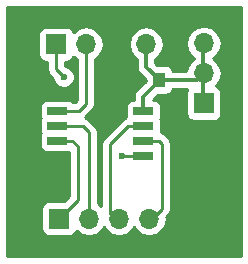
<source format=gtl>
G04 #@! TF.FileFunction,Copper,L1,Top,Signal*
%FSLAX46Y46*%
G04 Gerber Fmt 4.6, Leading zero omitted, Abs format (unit mm)*
G04 Created by KiCad (PCBNEW 4.0.7) date 2017 December 09, Saturday 06:19:51*
%MOMM*%
%LPD*%
G01*
G04 APERTURE LIST*
%ADD10C,0.100000*%
%ADD11R,1.700000X0.650000*%
%ADD12R,1.700000X1.700000*%
%ADD13O,1.700000X1.700000*%
%ADD14R,1.000000X1.250000*%
%ADD15C,0.600000*%
%ADD16C,0.250000*%
%ADD17C,0.300000*%
%ADD18C,0.254000*%
G04 APERTURE END LIST*
D10*
D11*
X134850000Y-99645000D03*
X134850000Y-100915000D03*
X134850000Y-102185000D03*
X134850000Y-103455000D03*
X142150000Y-103455000D03*
X142150000Y-102185000D03*
X142150000Y-100915000D03*
X142150000Y-99645000D03*
D12*
X135000000Y-108750000D03*
D13*
X137540000Y-108750000D03*
X140080000Y-108750000D03*
X142620000Y-108750000D03*
D12*
X134750000Y-94000000D03*
D13*
X137290000Y-94000000D03*
X139830000Y-94000000D03*
X142370000Y-94000000D03*
D12*
X147250000Y-108750000D03*
D13*
X147250000Y-106210000D03*
X147250000Y-103670000D03*
D12*
X147250000Y-99000000D03*
D13*
X147250000Y-96460000D03*
X147250000Y-93920000D03*
D14*
X143500000Y-97000000D03*
X141500000Y-97000000D03*
D15*
X140325000Y-103475000D03*
X135400000Y-96775000D03*
D16*
X134850000Y-99645000D02*
X136680000Y-99645000D01*
X137287000Y-97282000D02*
X137287000Y-93980000D01*
X137287000Y-99038000D02*
X137287000Y-97282000D01*
X136680000Y-99645000D02*
X137287000Y-99038000D01*
X137287000Y-93980000D02*
X137290000Y-94000000D01*
X134850000Y-100915000D02*
X137015000Y-100915000D01*
X137540000Y-101440000D02*
X137540000Y-108750000D01*
X137015000Y-100915000D02*
X137540000Y-101440000D01*
X134850000Y-102185000D02*
X136110000Y-102185000D01*
X136575000Y-107175000D02*
X135000000Y-108750000D01*
X136575000Y-102650000D02*
X136575000Y-107175000D01*
X136110000Y-102185000D02*
X136575000Y-102650000D01*
X140345000Y-103455000D02*
X140325000Y-103475000D01*
X142150000Y-103455000D02*
X140345000Y-103455000D01*
X134750000Y-96125000D02*
X134750000Y-94000000D01*
X135400000Y-96775000D02*
X134750000Y-96125000D01*
X142620000Y-108750000D02*
X142875000Y-108750000D01*
X142875000Y-108750000D02*
X143700000Y-107925000D01*
X142150000Y-102185000D02*
X143485000Y-102185000D01*
X143700000Y-102400000D02*
X143700000Y-107925000D01*
X143485000Y-102185000D02*
X143700000Y-102400000D01*
X140080000Y-108750000D02*
X139775000Y-108750000D01*
X139775000Y-108750000D02*
X139325000Y-108300000D01*
X139325000Y-108300000D02*
X139325000Y-102450000D01*
X140860000Y-100915000D02*
X142150000Y-100915000D01*
X140860000Y-100915000D02*
X139325000Y-102450000D01*
D17*
X143500000Y-97000000D02*
X143510000Y-97028000D01*
X143510000Y-97028000D02*
X142113000Y-98425000D01*
X142113000Y-98425000D02*
X142113000Y-99695000D01*
X142113000Y-99695000D02*
X142150000Y-99645000D01*
X143500000Y-97000000D02*
X143510000Y-97028000D01*
X143510000Y-97028000D02*
X142367000Y-95885000D01*
X142367000Y-95885000D02*
X142367000Y-93980000D01*
X142367000Y-93980000D02*
X142370000Y-94000000D01*
X143500000Y-97000000D02*
X143510000Y-97028000D01*
X143510000Y-97028000D02*
X146685000Y-97028000D01*
X146685000Y-97028000D02*
X147193000Y-96520000D01*
X147193000Y-96520000D02*
X147250000Y-96460000D01*
X147250000Y-96460000D02*
X147193000Y-96520000D01*
X147193000Y-96520000D02*
X147193000Y-99060000D01*
X147193000Y-99060000D02*
X147250000Y-99000000D01*
X147250000Y-96460000D02*
X147193000Y-96520000D01*
X147193000Y-96520000D02*
X147193000Y-93980000D01*
X147193000Y-93980000D02*
X147250000Y-93920000D01*
D18*
G36*
X150420000Y-111939000D02*
X130631000Y-111939000D01*
X130631000Y-93150000D01*
X133252560Y-93150000D01*
X133252560Y-94850000D01*
X133296838Y-95085317D01*
X133435910Y-95301441D01*
X133648110Y-95446431D01*
X133900000Y-95497440D01*
X133990000Y-95497440D01*
X133990000Y-96125000D01*
X134047852Y-96415839D01*
X134212599Y-96662401D01*
X134464878Y-96914680D01*
X134464838Y-96960167D01*
X134606883Y-97303943D01*
X134869673Y-97567192D01*
X135213201Y-97709838D01*
X135585167Y-97710162D01*
X135928943Y-97568117D01*
X136192192Y-97305327D01*
X136334838Y-96961799D01*
X136335162Y-96589833D01*
X136193117Y-96246057D01*
X135930327Y-95982808D01*
X135586799Y-95840162D01*
X135539923Y-95840121D01*
X135510000Y-95810198D01*
X135510000Y-95497440D01*
X135600000Y-95497440D01*
X135835317Y-95453162D01*
X136051441Y-95314090D01*
X136196431Y-95101890D01*
X136210086Y-95034459D01*
X136239946Y-95079147D01*
X136527000Y-95270950D01*
X136527000Y-98723198D01*
X136365198Y-98885000D01*
X136174669Y-98885000D01*
X136164090Y-98868559D01*
X135951890Y-98723569D01*
X135700000Y-98672560D01*
X134000000Y-98672560D01*
X133764683Y-98716838D01*
X133548559Y-98855910D01*
X133403569Y-99068110D01*
X133352560Y-99320000D01*
X133352560Y-99970000D01*
X133396838Y-100205317D01*
X133444109Y-100278778D01*
X133403569Y-100338110D01*
X133352560Y-100590000D01*
X133352560Y-101240000D01*
X133396838Y-101475317D01*
X133444109Y-101548778D01*
X133403569Y-101608110D01*
X133352560Y-101860000D01*
X133352560Y-102510000D01*
X133396838Y-102745317D01*
X133535910Y-102961441D01*
X133748110Y-103106431D01*
X134000000Y-103157440D01*
X135700000Y-103157440D01*
X135815000Y-103135801D01*
X135815000Y-106860198D01*
X135422638Y-107252560D01*
X134150000Y-107252560D01*
X133914683Y-107296838D01*
X133698559Y-107435910D01*
X133553569Y-107648110D01*
X133502560Y-107900000D01*
X133502560Y-109600000D01*
X133546838Y-109835317D01*
X133685910Y-110051441D01*
X133898110Y-110196431D01*
X134150000Y-110247440D01*
X135850000Y-110247440D01*
X136085317Y-110203162D01*
X136301441Y-110064090D01*
X136446431Y-109851890D01*
X136460086Y-109784459D01*
X136489946Y-109829147D01*
X136971715Y-110151054D01*
X137540000Y-110264093D01*
X138108285Y-110151054D01*
X138590054Y-109829147D01*
X138810000Y-109499974D01*
X139029946Y-109829147D01*
X139511715Y-110151054D01*
X140080000Y-110264093D01*
X140648285Y-110151054D01*
X141130054Y-109829147D01*
X141350000Y-109499974D01*
X141569946Y-109829147D01*
X142051715Y-110151054D01*
X142620000Y-110264093D01*
X143188285Y-110151054D01*
X143670054Y-109829147D01*
X143991961Y-109347378D01*
X144105000Y-108779093D01*
X144105000Y-108720907D01*
X144084078Y-108615724D01*
X144237401Y-108462401D01*
X144402148Y-108215840D01*
X144460000Y-107925000D01*
X144460000Y-102400000D01*
X144402148Y-102109161D01*
X144237401Y-101862599D01*
X144022401Y-101647599D01*
X143775839Y-101482852D01*
X143605137Y-101448897D01*
X143647440Y-101240000D01*
X143647440Y-100590000D01*
X143603162Y-100354683D01*
X143555891Y-100281222D01*
X143596431Y-100221890D01*
X143647440Y-99970000D01*
X143647440Y-99320000D01*
X143603162Y-99084683D01*
X143464090Y-98868559D01*
X143251890Y-98723569D01*
X143000000Y-98672560D01*
X142975598Y-98672560D01*
X143375718Y-98272440D01*
X144000000Y-98272440D01*
X144235317Y-98228162D01*
X144451441Y-98089090D01*
X144596431Y-97876890D01*
X144609369Y-97813000D01*
X145861722Y-97813000D01*
X145803569Y-97898110D01*
X145752560Y-98150000D01*
X145752560Y-99850000D01*
X145796838Y-100085317D01*
X145935910Y-100301441D01*
X146148110Y-100446431D01*
X146400000Y-100497440D01*
X148100000Y-100497440D01*
X148335317Y-100453162D01*
X148551441Y-100314090D01*
X148696431Y-100101890D01*
X148747440Y-99850000D01*
X148747440Y-98150000D01*
X148703162Y-97914683D01*
X148564090Y-97698559D01*
X148351890Y-97553569D01*
X148284459Y-97539914D01*
X148329147Y-97510054D01*
X148651054Y-97028285D01*
X148764093Y-96460000D01*
X148651054Y-95891715D01*
X148329147Y-95409946D01*
X147999974Y-95190000D01*
X148329147Y-94970054D01*
X148651054Y-94488285D01*
X148764093Y-93920000D01*
X148651054Y-93351715D01*
X148329147Y-92869946D01*
X147847378Y-92548039D01*
X147279093Y-92435000D01*
X147220907Y-92435000D01*
X146652622Y-92548039D01*
X146170853Y-92869946D01*
X145848946Y-93351715D01*
X145735907Y-93920000D01*
X145848946Y-94488285D01*
X146170853Y-94970054D01*
X146408000Y-95128510D01*
X146408000Y-95251490D01*
X146170853Y-95409946D01*
X145848946Y-95891715D01*
X145779071Y-96243000D01*
X144622602Y-96243000D01*
X144603162Y-96139683D01*
X144464090Y-95923559D01*
X144251890Y-95778569D01*
X144000000Y-95727560D01*
X143319718Y-95727560D01*
X143152000Y-95559842D01*
X143152000Y-95258255D01*
X143420054Y-95079147D01*
X143741961Y-94597378D01*
X143855000Y-94029093D01*
X143855000Y-93970907D01*
X143741961Y-93402622D01*
X143420054Y-92920853D01*
X142938285Y-92598946D01*
X142370000Y-92485907D01*
X141801715Y-92598946D01*
X141319946Y-92920853D01*
X140998039Y-93402622D01*
X140885000Y-93970907D01*
X140885000Y-94029093D01*
X140998039Y-94597378D01*
X141319946Y-95079147D01*
X141582000Y-95254245D01*
X141582000Y-95885000D01*
X141641755Y-96185407D01*
X141811921Y-96440079D01*
X142352560Y-96980718D01*
X142352560Y-97075282D01*
X141557921Y-97869921D01*
X141387755Y-98124593D01*
X141387755Y-98124594D01*
X141328000Y-98425000D01*
X141328000Y-98672560D01*
X141300000Y-98672560D01*
X141064683Y-98716838D01*
X140848559Y-98855910D01*
X140703569Y-99068110D01*
X140652560Y-99320000D01*
X140652560Y-99970000D01*
X140693598Y-100188100D01*
X140569161Y-100212852D01*
X140322599Y-100377599D01*
X138787599Y-101912599D01*
X138622852Y-102159161D01*
X138565000Y-102450000D01*
X138565000Y-107654112D01*
X138300000Y-107477046D01*
X138300000Y-101440000D01*
X138242148Y-101149161D01*
X138077401Y-100902599D01*
X137552401Y-100377599D01*
X137305839Y-100212852D01*
X137202570Y-100192310D01*
X137217401Y-100182401D01*
X137824401Y-99575401D01*
X137989148Y-99328839D01*
X138047000Y-99038000D01*
X138047000Y-95274959D01*
X138340054Y-95079147D01*
X138661961Y-94597378D01*
X138775000Y-94029093D01*
X138775000Y-93970907D01*
X138661961Y-93402622D01*
X138340054Y-92920853D01*
X137858285Y-92598946D01*
X137290000Y-92485907D01*
X136721715Y-92598946D01*
X136239946Y-92920853D01*
X136212150Y-92962452D01*
X136203162Y-92914683D01*
X136064090Y-92698559D01*
X135851890Y-92553569D01*
X135600000Y-92502560D01*
X133900000Y-92502560D01*
X133664683Y-92546838D01*
X133448559Y-92685910D01*
X133303569Y-92898110D01*
X133252560Y-93150000D01*
X130631000Y-93150000D01*
X130631000Y-90880000D01*
X150420000Y-90880000D01*
X150420000Y-111939000D01*
X150420000Y-111939000D01*
G37*
X150420000Y-111939000D02*
X130631000Y-111939000D01*
X130631000Y-93150000D01*
X133252560Y-93150000D01*
X133252560Y-94850000D01*
X133296838Y-95085317D01*
X133435910Y-95301441D01*
X133648110Y-95446431D01*
X133900000Y-95497440D01*
X133990000Y-95497440D01*
X133990000Y-96125000D01*
X134047852Y-96415839D01*
X134212599Y-96662401D01*
X134464878Y-96914680D01*
X134464838Y-96960167D01*
X134606883Y-97303943D01*
X134869673Y-97567192D01*
X135213201Y-97709838D01*
X135585167Y-97710162D01*
X135928943Y-97568117D01*
X136192192Y-97305327D01*
X136334838Y-96961799D01*
X136335162Y-96589833D01*
X136193117Y-96246057D01*
X135930327Y-95982808D01*
X135586799Y-95840162D01*
X135539923Y-95840121D01*
X135510000Y-95810198D01*
X135510000Y-95497440D01*
X135600000Y-95497440D01*
X135835317Y-95453162D01*
X136051441Y-95314090D01*
X136196431Y-95101890D01*
X136210086Y-95034459D01*
X136239946Y-95079147D01*
X136527000Y-95270950D01*
X136527000Y-98723198D01*
X136365198Y-98885000D01*
X136174669Y-98885000D01*
X136164090Y-98868559D01*
X135951890Y-98723569D01*
X135700000Y-98672560D01*
X134000000Y-98672560D01*
X133764683Y-98716838D01*
X133548559Y-98855910D01*
X133403569Y-99068110D01*
X133352560Y-99320000D01*
X133352560Y-99970000D01*
X133396838Y-100205317D01*
X133444109Y-100278778D01*
X133403569Y-100338110D01*
X133352560Y-100590000D01*
X133352560Y-101240000D01*
X133396838Y-101475317D01*
X133444109Y-101548778D01*
X133403569Y-101608110D01*
X133352560Y-101860000D01*
X133352560Y-102510000D01*
X133396838Y-102745317D01*
X133535910Y-102961441D01*
X133748110Y-103106431D01*
X134000000Y-103157440D01*
X135700000Y-103157440D01*
X135815000Y-103135801D01*
X135815000Y-106860198D01*
X135422638Y-107252560D01*
X134150000Y-107252560D01*
X133914683Y-107296838D01*
X133698559Y-107435910D01*
X133553569Y-107648110D01*
X133502560Y-107900000D01*
X133502560Y-109600000D01*
X133546838Y-109835317D01*
X133685910Y-110051441D01*
X133898110Y-110196431D01*
X134150000Y-110247440D01*
X135850000Y-110247440D01*
X136085317Y-110203162D01*
X136301441Y-110064090D01*
X136446431Y-109851890D01*
X136460086Y-109784459D01*
X136489946Y-109829147D01*
X136971715Y-110151054D01*
X137540000Y-110264093D01*
X138108285Y-110151054D01*
X138590054Y-109829147D01*
X138810000Y-109499974D01*
X139029946Y-109829147D01*
X139511715Y-110151054D01*
X140080000Y-110264093D01*
X140648285Y-110151054D01*
X141130054Y-109829147D01*
X141350000Y-109499974D01*
X141569946Y-109829147D01*
X142051715Y-110151054D01*
X142620000Y-110264093D01*
X143188285Y-110151054D01*
X143670054Y-109829147D01*
X143991961Y-109347378D01*
X144105000Y-108779093D01*
X144105000Y-108720907D01*
X144084078Y-108615724D01*
X144237401Y-108462401D01*
X144402148Y-108215840D01*
X144460000Y-107925000D01*
X144460000Y-102400000D01*
X144402148Y-102109161D01*
X144237401Y-101862599D01*
X144022401Y-101647599D01*
X143775839Y-101482852D01*
X143605137Y-101448897D01*
X143647440Y-101240000D01*
X143647440Y-100590000D01*
X143603162Y-100354683D01*
X143555891Y-100281222D01*
X143596431Y-100221890D01*
X143647440Y-99970000D01*
X143647440Y-99320000D01*
X143603162Y-99084683D01*
X143464090Y-98868559D01*
X143251890Y-98723569D01*
X143000000Y-98672560D01*
X142975598Y-98672560D01*
X143375718Y-98272440D01*
X144000000Y-98272440D01*
X144235317Y-98228162D01*
X144451441Y-98089090D01*
X144596431Y-97876890D01*
X144609369Y-97813000D01*
X145861722Y-97813000D01*
X145803569Y-97898110D01*
X145752560Y-98150000D01*
X145752560Y-99850000D01*
X145796838Y-100085317D01*
X145935910Y-100301441D01*
X146148110Y-100446431D01*
X146400000Y-100497440D01*
X148100000Y-100497440D01*
X148335317Y-100453162D01*
X148551441Y-100314090D01*
X148696431Y-100101890D01*
X148747440Y-99850000D01*
X148747440Y-98150000D01*
X148703162Y-97914683D01*
X148564090Y-97698559D01*
X148351890Y-97553569D01*
X148284459Y-97539914D01*
X148329147Y-97510054D01*
X148651054Y-97028285D01*
X148764093Y-96460000D01*
X148651054Y-95891715D01*
X148329147Y-95409946D01*
X147999974Y-95190000D01*
X148329147Y-94970054D01*
X148651054Y-94488285D01*
X148764093Y-93920000D01*
X148651054Y-93351715D01*
X148329147Y-92869946D01*
X147847378Y-92548039D01*
X147279093Y-92435000D01*
X147220907Y-92435000D01*
X146652622Y-92548039D01*
X146170853Y-92869946D01*
X145848946Y-93351715D01*
X145735907Y-93920000D01*
X145848946Y-94488285D01*
X146170853Y-94970054D01*
X146408000Y-95128510D01*
X146408000Y-95251490D01*
X146170853Y-95409946D01*
X145848946Y-95891715D01*
X145779071Y-96243000D01*
X144622602Y-96243000D01*
X144603162Y-96139683D01*
X144464090Y-95923559D01*
X144251890Y-95778569D01*
X144000000Y-95727560D01*
X143319718Y-95727560D01*
X143152000Y-95559842D01*
X143152000Y-95258255D01*
X143420054Y-95079147D01*
X143741961Y-94597378D01*
X143855000Y-94029093D01*
X143855000Y-93970907D01*
X143741961Y-93402622D01*
X143420054Y-92920853D01*
X142938285Y-92598946D01*
X142370000Y-92485907D01*
X141801715Y-92598946D01*
X141319946Y-92920853D01*
X140998039Y-93402622D01*
X140885000Y-93970907D01*
X140885000Y-94029093D01*
X140998039Y-94597378D01*
X141319946Y-95079147D01*
X141582000Y-95254245D01*
X141582000Y-95885000D01*
X141641755Y-96185407D01*
X141811921Y-96440079D01*
X142352560Y-96980718D01*
X142352560Y-97075282D01*
X141557921Y-97869921D01*
X141387755Y-98124593D01*
X141387755Y-98124594D01*
X141328000Y-98425000D01*
X141328000Y-98672560D01*
X141300000Y-98672560D01*
X141064683Y-98716838D01*
X140848559Y-98855910D01*
X140703569Y-99068110D01*
X140652560Y-99320000D01*
X140652560Y-99970000D01*
X140693598Y-100188100D01*
X140569161Y-100212852D01*
X140322599Y-100377599D01*
X138787599Y-101912599D01*
X138622852Y-102159161D01*
X138565000Y-102450000D01*
X138565000Y-107654112D01*
X138300000Y-107477046D01*
X138300000Y-101440000D01*
X138242148Y-101149161D01*
X138077401Y-100902599D01*
X137552401Y-100377599D01*
X137305839Y-100212852D01*
X137202570Y-100192310D01*
X137217401Y-100182401D01*
X137824401Y-99575401D01*
X137989148Y-99328839D01*
X138047000Y-99038000D01*
X138047000Y-95274959D01*
X138340054Y-95079147D01*
X138661961Y-94597378D01*
X138775000Y-94029093D01*
X138775000Y-93970907D01*
X138661961Y-93402622D01*
X138340054Y-92920853D01*
X137858285Y-92598946D01*
X137290000Y-92485907D01*
X136721715Y-92598946D01*
X136239946Y-92920853D01*
X136212150Y-92962452D01*
X136203162Y-92914683D01*
X136064090Y-92698559D01*
X135851890Y-92553569D01*
X135600000Y-92502560D01*
X133900000Y-92502560D01*
X133664683Y-92546838D01*
X133448559Y-92685910D01*
X133303569Y-92898110D01*
X133252560Y-93150000D01*
X130631000Y-93150000D01*
X130631000Y-90880000D01*
X150420000Y-90880000D01*
X150420000Y-111939000D01*
M02*

</source>
